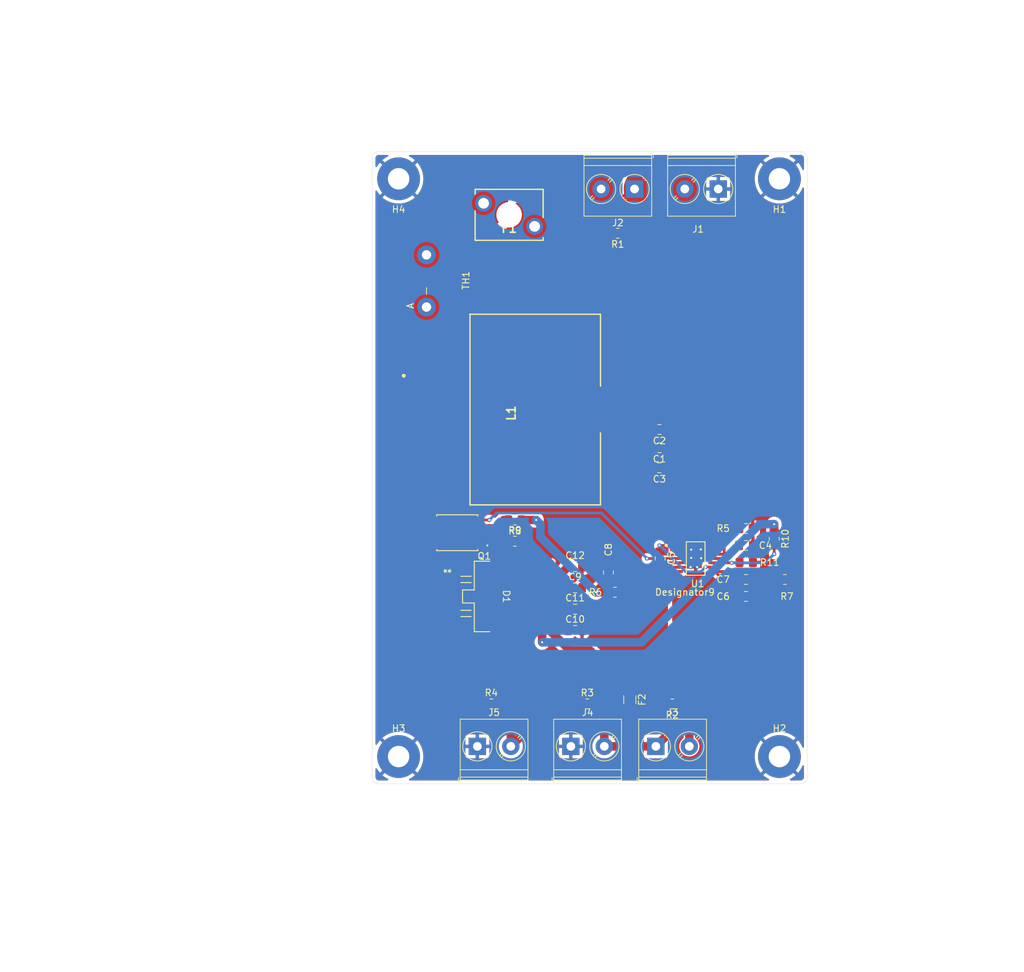
<source format=kicad_pcb>
(kicad_pcb (version 20240108) (generator "pcbnew") (generator_version "8.0")
  (layers (0 "F.Cu" signal) (31 "B.Cu" signal) (34 "B.Paste" user) (35 "F.Paste" user) (36 "B.SilkS" user "B.Silkscreen") (37 "F.SilkS" user "F.Silkscreen") (38 "B.Mask" user) (39 "F.Mask" user) (44 "Edge.Cuts" user))
  (net 0 "")
  (net 1 "/Boost_Board_Chip/12V_INPUT")
  (net 2 "GND")
  (net 3 "Net-(U1-SS)")
  (net 4 "/Boost_Board_Chip/DITHOFF")
  (net 5 "Net-(U1-COMP)")
  (net 6 "Net-(C7-Pad2)")
  (net 7 "Net-(C8-Pad1)")
  (net 8 "/Boost_Board_Chip/48V_OUTPUT")
  (net 9 "Net-(J5-Pin_2)")
  (net 10 "Net-(J2-Pin_2)")
  (net 11 "Net-(F1-Pad2)")
  (net 12 "Net-(J3-Pin_1)")
  (net 13 "Net-(J1-Pin_2)")
  (net 14 "Net-(J3-Pin_2)")
  (net 15 "Net-(D1-A)")
  (net 16 "Net-(Q1-S)")
  (net 17 "Net-(Q1-G)")
  (net 18 "Net-(U1-RT)")
  (net 19 "Net-(U1-CS)")
  (net 20 "Net-(U1-FB)")
  (footprint "Resistor_SMD:R_0805_2012Metric_Pad1.20x1.40mm_HandSolder" (layer "F.Cu") (at 143.060386 123.7692 180)
    (property "Reference" "R6" (at 2.905 0 0) (layer "F.SilkS"))
    (property "Value" "1kΩ")
    (pad "1" smd roundrect (at -1 0 180) (size 1.2 1.4) (layers "F.Cu" "F.Paste" "F.Mask") (roundrect_rratio 0.208333) (net 19 "Net-(U1-CS)"))
    (pad "2" smd roundrect (at 1 0 180) (size 1.2 1.4) (layers "F.Cu" "F.Paste" "F.Mask") (roundrect_rratio 0.208333) (net 7 "Net-(C8-Pad1)"))
  )
  (footprint "Resistor_SMD:R_0805_2012Metric_Pad1.20x1.40mm_HandSolder" (layer "F.Cu") (at 128.110602 116.1492)
    (property "Reference" "R9" (at 0 -1.65 0) (layer "F.SilkS"))
    (property "Value" "4mΩ")
    (pad "1" smd roundrect (at -1 0) (size 1.2 1.4) (layers "F.Cu" "F.Paste" "F.Mask") (roundrect_rratio 0.208333) (net 16 "Net-(Q1-S)"))
    (pad "2" smd roundrect (at 1 0) (size 1.2 1.4) (layers "F.Cu" "F.Paste" "F.Mask") (roundrect_rratio 0.208333) (net 2 "GND"))
  )
  (footprint "12/48 boost:Q1 Mosfet" (layer "F.Cu") (at 119.509402 114.8792 180)
    (property "Reference" "Q1" (at -4.0375 -3.5 0) (layer "F.SilkS"))
    (property "Value" "FDWS86068-F085")
    (fp_poly (pts (xy -1.2116 -1.9558) (xy 2.031987 -1.9558) (xy 2.032 -2.159) (xy 3.7592 -2.159) (xy 3.7592 -1.651) (xy 2.032 -1.651) (xy 2.032 -0.889) (xy 3.7592 -0.889) (xy 3.7592 -0.381) (xy 2.032 -0.381) (xy 2.032 0.381) (xy 3.7592 0.381) (xy 3.7592 0.889) (xy 2.032 0.889) (xy 2.032 1.651) (xy 3.7592 1.651) (xy 3.7592 2.159) (xy 2.032 2.159) (xy 2.031987 1.9558) (xy -1.2116 1.9558)) (fill solid) (layer "F.Cu"))
    (pad "1" smd rect (at -2.8956 -1.905 180) (size 1.7272 0.508) (layers "F.Cu" "F.Paste" "F.Mask") (net 16 "Net-(Q1-S)"))
    (pad "1" smd rect (at -2.8956 -0.635 180) (size 1.7272 0.508) (layers "F.Cu" "F.Paste" "F.Mask") (net 16 "Net-(Q1-S)"))
    (pad "1" smd rect (at -2.8956 0.635 180) (size 1.7272 0.508) (layers "F.Cu" "F.Paste" "F.Mask") (net 16 "Net-(Q1-S)"))
    (pad "2" smd rect (at -2.8956 1.905 180) (size 1.7272 0.508) (layers "F.Cu" "F.Paste" "F.Mask") (net 17 "Net-(Q1-G)"))
    (pad "3" smd rect (at 2.8956 -1.905 180) (size 1.7272 0.508) (layers "F.Cu" "F.Paste" "F.Mask") (net 15 "Net-(D1-A)"))
    (pad "3" smd rect (at 2.8956 -0.635 180) (size 1.7272 0.508) (layers "F.Cu" "F.Paste" "F.Mask") (net 15 "Net-(D1-A)"))
    (pad "3" smd rect (at 2.8956 0.635 180) (size 1.7272 0.508) (layers "F.Cu" "F.Paste" "F.Mask") (net 15 "Net-(D1-A)"))
    (pad "3" smd rect (at 2.8956 1.905 180) (size 1.7272 0.508) (layers "F.Cu" "F.Paste" "F.Mask") (net 15 "Net-(D1-A)"))
    (zone (net 0) (net_name "") (layer "F.Cu") (connect_pads (clearance 0)) (min_thickness 0.254)
      (keepout (tracks not_allowed) (vias not_allowed) (pads allowed) (copperpour not_allowed) (footprints allowed))
      (fill (thermal_gap 0.508) (thermal_bridge_width 0.508))
      (polygon (pts (xy 120.720875 117.4319) (xy 116.961929 117.4319) (xy 116.961929 112.3265) (xy 120.720875 112.3265)))
    )
  )
  (footprint "TerminalBlock_Phoenix:TerminalBlock_Phoenix_PT-1,5-2-5.0-H_1x02_P5.00mm_Horizontal" (layer "F.Cu") (at 136.478 146.812)
    (property "Reference" "J4" (at 2.5 -5.06 0) (layer "F.SilkS"))
    (property "Value" "48V Output")
    (pad "1" thru_hole rect (at 0 0) (size 2.6 2.6) (drill 1.3) (layers "*.Cu" "*.Mask") (net 2 "GND"))
    (pad "2" thru_hole circle (at 5 0) (size 2.6 2.6) (drill 1.3) (layers "*.Cu" "*.Mask") (net 12 "Net-(J3-Pin_1)"))
  )
  (footprint "Capacitor_SMD:C_0805_2012Metric_Pad1.18x1.45mm_HandSolder" (layer "F.Cu") (at 142.090002 120.8267 90)
    (property "Reference" "C8" (at 3.4075 0 90) (layer "F.SilkS"))
    (property "Value" "1nF")
    (pad "1" smd roundrect (at -1.0375 0 90) (size 1.175 1.45) (layers "F.Cu" "F.Paste" "F.Mask") (roundrect_rratio 0.212766) (net 7 "Net-(C8-Pad1)"))
    (pad "2" smd roundrect (at 1.0375 0 90) (size 1.175 1.45) (layers "F.Cu" "F.Paste" "F.Mask") (roundrect_rratio 0.212766) (net 2 "GND"))
  )
  (footprint "Resistor_SMD:R_0805_2012Metric_Pad1.20x1.40mm_HandSolder" (layer "F.Cu") (at 143.48 70.112 180)
    (property "Reference" "R1" (at 0 -1.65 0) (layer "F.SilkS"))
    (property "Value" "1mΩ")
    (pad "1" smd roundrect (at -1 0 180) (size 1.2 1.4) (layers "F.Cu" "F.Paste" "F.Mask") (roundrect_rratio 0.208333) (net 13 "Net-(J1-Pin_2)"))
    (pad "2" smd roundrect (at 1 0 180) (size 1.2 1.4) (layers "F.Cu" "F.Paste" "F.Mask") (roundrect_rratio 0.208333) (net 10 "Net-(J2-Pin_2)"))
  )
  (footprint "12/48 boost:WE-HCF_SMD_HIGH-CURRENT_INDUCTOR" (layer "F.Cu") (at 131.155002 96.4692 90)
    (property "Reference" "L1" (at -0.548 -3.5808 90) (layer "F.SilkS") (effects (font (size 1.27 1.27) (thickness 0.254))))
    (property "Value" "6.8µF" (hide yes))
    (pad "1" smd rect (at 5.075 -14.465 90) (size 5.33 5.59) (layers "F.Cu" "F.Paste" "F.Mask") (net 1 "/Boost_Board_Chip/12V_INPUT"))
    (pad "2" smd rect (at -5.075 -14.465 90) (size 5.33 5.59) (layers "F.Cu" "F.Paste" "F.Mask") (net 15 "Net-(D1-A)"))
    (pad "3" smd rect (at 0 7.61 180) (size 5.28 6.35) (layers "F.Cu" "F.Paste" "F.Mask"))
  )
  (footprint "Resistor_SMD:R_0805_2012Metric_Pad1.20x1.40mm_HandSolder" (layer "F.Cu") (at 168.452502 121.8642)
    (property "Reference" "R7" (at 0.3075 2.54 0) (layer "F.SilkS"))
    (property "Value" "1.87kΩ")
    (pad "1" smd roundrect (at -1 0) (size 1.2 1.4) (layers "F.Cu" "F.Paste" "F.Mask") (roundrect_rratio 0.208333) (net 6 "Net-(C7-Pad2)"))
    (pad "2" smd roundrect (at 1 0) (size 1.2 1.4) (layers "F.Cu" "F.Paste" "F.Mask") (roundrect_rratio 0.208333) (net 2 "GND"))
  )
  (footprint "Capacitor_SMD:C_0805_2012Metric_Pad1.18x1.45mm_HandSolder" (layer "F.Cu") (at 149.710002 102.1792 180)
    (property "Reference" "C1" (at 0 -1.68 0) (layer "F.SilkS"))
    (property "Value" "4.7µF")
    (pad "1" smd roundrect (at -1.0375 0 180) (size 1.175 1.45) (layers "F.Cu" "F.Paste" "F.Mask") (roundrect_rratio 0.212766) (net 1 "/Boost_Board_Chip/12V_INPUT"))
    (pad "2" smd roundrect (at 1.0375 0 180) (size 1.175 1.45) (layers "F.Cu" "F.Paste" "F.Mask") (roundrect_rratio 0.212766) (net 2 "GND"))
  )
  (footprint "TerminalBlock_Phoenix:TerminalBlock_Phoenix_PT-1,5-2-5.0-H_1x02_P5.00mm_Horizontal" (layer "F.Cu") (at 122.508 146.812)
    (property "Reference" "J5" (at 2.5 -5.06 0) (layer "F.SilkS"))
    (property "Value" "Output Measuring")
    (pad "1" thru_hole rect (at 0 0) (size 2.6 2.6) (drill 1.3) (layers "*.Cu" "*.Mask") (net 2 "GND"))
    (pad "2" thru_hole circle (at 5 0) (size 2.6 2.6) (drill 1.3) (layers "*.Cu" "*.Mask") (net 9 "Net-(J5-Pin_2)"))
  )
  (footprint "Resistor_SMD:R_0805_2012Metric_Pad1.20x1.40mm_HandSolder" (layer "F.Cu") (at 124.5988 140.462)
    (property "Reference" "R4" (at 0 -1.65 0) (layer "F.SilkS"))
    (property "Value" "DNP")
    (pad "1" smd roundrect (at -1 0) (size 1.2 1.4) (layers "F.Cu" "F.Paste" "F.Mask") (roundrect_rratio 0.208333) (net 2 "GND"))
    (pad "2" smd roundrect (at 1 0) (size 1.2 1.4) (layers "F.Cu" "F.Paste" "F.Mask") (roundrect_rratio 0.208333) (net 9 "Net-(J5-Pin_2)"))
  )
  (footprint "Resistor_SMD:R_0805_2012Metric_Pad1.20x1.40mm_HandSolder" (layer "F.Cu") (at 138.938 140.462)
    (property "Reference" "R3" (at 0 -1.65 0) (layer "F.SilkS"))
    (property "Value" "DNP")
    (pad "1" smd roundrect (at -1 0) (size 1.2 1.4) (layers "F.Cu" "F.Paste" "F.Mask") (roundrect_rratio 0.208333) (net 9 "Net-(J5-Pin_2)"))
    (pad "2" smd roundrect (at 1 0) (size 1.2 1.4) (layers "F.Cu" "F.Paste" "F.Mask") (roundrect_rratio 0.208333) (net 12 "Net-(J3-Pin_1)"))
  )
  (footprint "TerminalBlock_Phoenix:TerminalBlock_Phoenix_PT-1,5-2-5.0-H_1x02_P5.00mm_Horizontal" (layer "F.Cu") (at 149.178 146.812)
    (property "Reference" "J3" (at 2.5 -5.06 0) (layer "F.SilkS"))
    (property "Value" "Output Current Sensing")
    (pad "1" thru_hole rect (at 0 0) (size 2.6 2.6) (drill 1.3) (layers "*.Cu" "*.Mask") (net 12 "Net-(J3-Pin_1)"))
    (pad "2" thru_hole circle (at 5 0) (size 2.6 2.6) (drill 1.3) (layers "*.Cu" "*.Mask") (net 14 "Net-(J3-Pin_2)"))
  )
  (footprint "MountingHole:MountingHole_3.2mm_M3_Pad" (layer "F.Cu") (at 110.744 61.976)
    (property "Reference" "H4" (at 0 4.572 0) (layer "F.SilkS"))
    (property "Value" "MountingHole_Pad")
    (pad "1" thru_hole circle (at 0 0) (size 6.4 6.4) (drill 3.2) (layers "*.Cu" "*.Mask") (net 2 "GND"))
  )
  (footprint "Capacitor_SMD:C_0805_2012Metric_Pad1.18x1.45mm_HandSolder" (layer "F.Cu") (at 137.111602 123.1342)
    (property "Reference" "C9" (at 0 -1.68 0) (layer "F.SilkS"))
    (property "Value" "10µF")
    (pad "1" smd roundrect (at -1.0375 0) (size 1.175 1.45) (layers "F.Cu" "F.Paste" "F.Mask") (roundrect_rratio 0.212766) (net 8 "/Boost_Board_Chip/48V_OUTPUT"))
    (pad "2" smd roundrect (at 1.0375 0) (size 1.175 1.45) (layers "F.Cu" "F.Paste" "F.Mask") (roundrect_rratio 0.212766) (net 2 "GND"))
  )
  (footprint "Capacitor_SMD:C_0805_2012Metric_Pad1.18x1.45mm_HandSolder" (layer "F.Cu") (at 137.111602 126.3092)
    (property "Reference" "C11" (at 0 -1.68 0) (layer "F.SilkS"))
    (property "Value" "10µF")
    (pad "1" smd roundrect (at -1.0375 0) (size 1.175 1.45) (layers "F.Cu" "F.Paste" "F.Mask") (roundrect_rratio 0.212766) (net 8 "/Boost_Board_Chip/48V_OUTPUT"))
    (pad "2" smd roundrect (at 1.0375 0) (size 1.175 1.45) (layers "F.Cu" "F.Paste" "F.Mask") (roundrect_rratio 0.212766) (net 2 "GND"))
  )
  (footprint "Capacitor_SMD:C_0805_2012Metric_Pad1.18x1.45mm_HandSolder" (layer "F.Cu") (at 137.111602 129.4842)
    (property "Reference" "C10" (at 0 -1.68 0) (layer "F.SilkS"))
    (property "Value" "10µF")
    (pad "1" smd roundrect (at -1.0375 0) (size 1.175 1.45) (layers "F.Cu" "F.Paste" "F.Mask") (roundrect_rratio 0.212766) (net 8 "/Boost_Board_Chip/48V_OUTPUT"))
    (pad "2" smd roundrect (at 1.0375 0) (size 1.175 1.45) (layers "F.Cu" "F.Paste" "F.Mask") (roundrect_rratio 0.212766) (net 2 "GND"))
  )
  (footprint "Capacitor_SMD:C_0805_2012Metric_Pad1.18x1.45mm_HandSolder" (layer "F.Cu") (at 149.82197 118.7107 -90)
    (property "Reference" "C5" (at 0 -1.68 90) (layer "F.SilkS"))
    (property "Value" "1µF")
    (pad "1" smd roundrect (at -1.0375 0 270) (size 1.175 1.45) (layers "F.Cu" "F.Paste" "F.Mask") (roundrect_rratio 0.212766) (net 4 "/Boost_Board_Chip/DITHOFF"))
    (pad "2" smd roundrect (at 1.0375 0 270) (size 1.175 1.45) (layers "F.Cu" "F.Paste" "F.Mask") (roundrect_rratio 0.212766) (net 2 "GND"))
  )
  (footprint "Resistor_SMD:R_0805_2012Metric_Pad1.20x1.40mm_HandSolder" (layer "F.Cu") (at 162.680002 119.3242)
    (property "Reference" "R11" (at 3.5025 0 0) (layer "F.SilkS"))
    (property "Value" "2.49kΩ")
    (pad "1" smd roundrect (at -1 0) (size 1.2 1.4) (layers "F.Cu" "F.Paste" "F.Mask") (roundrect_rratio 0.208333) (net 20 "Net-(U1-FB)"))
    (pad "2" smd roundrect (at 1 0) (size 1.2 1.4) (layers "F.Cu" "F.Paste" "F.Mask") (roundrect_rratio 0.208333) (net 2 "GND"))
  )
  (footprint "TerminalBlock_Phoenix:TerminalBlock_Phoenix_PT-1,5-2-5.0-H_1x02_P5.00mm_Horizontal" (layer "F.Cu") (at 145.996 63.5 180)
    (property "Reference" "J2" (at 2.5 -5.06 0) (layer "F.SilkS"))
    (property "Value" "Input Current Sensing")
    (pad "1" thru_hole rect (at 0 0 180) (size 2.6 2.6) (drill 1.3) (layers "*.Cu" "*.Mask") (net 13 "Net-(J1-Pin_2)"))
    (pad "2" thru_hole circle (at 5 0 180) (size 2.6 2.6) (drill 1.3) (layers "*.Cu" "*.Mask") (net 10 "Net-(J2-Pin_2)"))
  )
  (footprint "Capacitor_SMD:C_0805_2012Metric_Pad1.18x1.45mm_HandSolder" (layer "F.Cu") (at 162.642502 124.4042)
    (property "Reference" "C6" (at -3.4075 0 0) (layer "F.SilkS"))
    (property "Value" "120nF")
    (pad "1" smd roundrect (at -1.0375 0) (size 1.175 1.45) (layers "F.Cu" "F.Paste" "F.Mask") (roundrect_rratio 0.212766) (net 5 "Net-(U1-COMP)"))
    (pad "2" smd roundrect (at 1.0375 0) (size 1.175 1.45) (layers "F.Cu" "F.Paste" "F.Mask") (roundrect_rratio 0.212766) (net 2 "GND"))
  )
  (footprint "12/48 boost:LM5156H" (layer "F.Cu") (at 155.125386 118.734201)
    (property "Reference" "U1" (at 0.299616 3.764999 0) (layer "F.SilkS"))
    (property "Value" "~")
    (fp_text user "Designator9" (at -1.605384 5.034999 0) (layer "F.SilkS"))
    (pad "1" smd rect (at -2.875384 -1.950001) (size 1.955432 0.420766) (layers "F.Cu" "F.Paste" "F.Mask") (net 1 "/Boost_Board_Chip/12V_INPUT"))
    (pad "2" smd rect (at -2.875384 -1.3) (size 1.955432 0.420766) (layers "F.Cu" "F.Paste" "F.Mask"))
    (pad "3" smd rect (at -2.875384 -0.650001) (size 1.955432 0.420766) (layers "F.Cu" "F.Paste" "F.Mask") (net 4 "/Boost_Board_Chip/DITHOFF"))
    (pad "4" smd rect (at -2.875384 0) (size 1.955432 0.420766) (layers "F.Cu" "F.Paste" "F.Mask") (net 17 "Net-(Q1-G)"))
    (pad "5" smd rect (at -2.875384 0.650001) (size 1.955432 0.420766) (layers "F.Cu" "F.Paste" "F.Mask") (net 2 "GND"))
    (pad "6" smd rect (at -2.875384 1.3) (size 1.955432 0.420766) (layers "F.Cu" "F.Paste" "F.Mask") (net 2 "GND"))
    (pad "7" smd rect (at -2.875384 1.950001) (size 1.955432 0.420766) (layers "F.Cu" "F.Paste" "F.Mask") (net 19 "Net-(U1-CS)"))
    (pad "8" smd rect (at 2.875384 1.950001) (size 1.955432 0.420766) (layers "F.Cu" "F.Paste" "F.Mask") (net 5 "Net-(U1-COMP)"))
    (pad "9" smd rect (at 2.875384 1.3) (size 1.955432 0.420766) (layers "F.Cu" "F.Paste" "F.Mask") (net 4 "/Boost_Board_Chip/DITHOFF"))
    (pad "10" smd rect (at 2.875384 0.650001) (size 1.955432 0.420766) (layers "F.Cu" "F.Paste" "F.Mask") (net 20 "Net-(U1-FB)"))
    (pad "11" smd rect (at 2.875384 0) (size 1.955432 0.420766) (layers "F.Cu" "F.Paste" "F.Mask") (net 3 "Net-(U1-SS)"))
    (pad "12" smd rect (at 2.875384 -0.650001) (size 1.955432 0.420766) (layers "F.Cu" "F.Paste" "F.Mask") (net 18 "Net-(U1-RT)"))
    (pad "13" smd rect (at 2.875384 -1.3) (size 1.955432 0.420766) (layers "F.Cu" "F.Paste" "F.Mask"))
    (pad "14" smd rect (at 2.875384 -1.950001) (size 1.955432 0.420766) (layers "F.Cu" "F.Paste" "F.Mask") (net 1 "/Boost_Board_Chip/12V_INPUT"))
    (pad "15" smd rect (at 0 0) (size 1.819999 2.859999) (layers "F.Cu" "F.Mask") (net 2 "GND"))
  )
  (footprint "Capacitor_SMD:C_0805_2012Metric_Pad1.18x1.45mm_HandSolder" (layer "F.Cu") (at 149.710002 99.4614 180)
    (property "Reference" "C2" (at 0 -1.68 0) (layer "F.SilkS"))
    (property "Value" "4.7µF")
    (pad "1" smd roundrect (at -1.0375 0 180) (size 1.175 1.45) (layers "F.Cu" "F.Paste" "F.Mask") (roundrect_rratio 0.212766) (net 1 "/Boost_Board_Chip/12V_INPUT"))
    (pad "2" smd roundrect (at 1.0375 0 180) (size 1.175 1.45) (layers "F.Cu" "F.Paste" "F.Mask") (roundrect_rratio 0.212766) (net 2 "GND"))
  )
  (footprint "Capacitor_SMD:C_0805_2012Metric_Pad1.18x1.45mm_HandSolder" (layer "F.Cu") (at 137.111602 119.9592)
    (property "Reference" "C12" (at 0 -1.68 0) (layer "F.SilkS"))
    (property "Value" "1µF")
    (pad "1" smd roundrect (at -1.0375 0) (size 1.175 1.45) (layers "F.Cu" "F.Paste" "F.Mask") (roundrect_rratio 0.212766) (net 8 "/Boost_Board_Chip/48V_OUTPUT"))
    (pad "2" smd roundrect (at 1.0375 0) (size 1.175 1.45) (layers "F.Cu" "F.Paste" "F.Mask") (roundrect_rratio 0.212766) (net 2 "GND"))
  )
  (footprint "Capacitor_SMD:C_0805_2012Metric_Pad1.18x1.45mm_HandSolder" (layer "F.Cu") (at 162.642502 121.8642)
    (property "Reference" "C7" (at -3.4075 0 0) (layer "F.SilkS"))
    (property "Value" "100nF")
    (pad "1" smd roundrect (at -1.0375 0) (size 1.175 1.45) (layers "F.Cu" "F.Paste" "F.Mask") (roundrect_rratio 0.212766) (net 5 "Net-(U1-COMP)"))
    (pad "2" smd roundrect (at 1.0375 0) (size 1.175 1.45) (layers "F.Cu" "F.Paste" "F.Mask") (roundrect_rratio 0.212766) (net 6 "Net-(C7-Pad2)"))
  )
  (footprint "TerminalBlock_Phoenix:TerminalBlock_Phoenix_PT-1,5-2-5.0-H_1x02_P5.00mm_Horizontal" (layer "F.Cu") (at 158.496 63.5 180)
    (property "Reference" "J1" (at 3 -6 0) (layer "F.SilkS"))
    (property "Value" "12V Input")
    (pad "1" thru_hole rect (at 0 0 180) (size 2.6 2.6) (drill 1.3) (layers "*.Cu" "*.Mask") (net 2 "GND"))
    (pad "2" thru_hole circle (at 5 0 180) (size 2.6 2.6) (drill 1.3) (layers "*.Cu" "*.Mask") (net 13 "Net-(J1-Pin_2)"))
  )
  (footprint "Capacitor_SMD:C_0805_2012Metric_Pad1.18x1.45mm_HandSolder" (layer "F.Cu") (at 149.710002 105.1764 180)
    (property "Reference" "C3" (at 0 -1.68 0) (layer "F.SilkS"))
    (property "Value" "100nF")
    (pad "1" smd roundrect (at -1.0375 0 180) (size 1.175 1.45) (layers "F.Cu" "F.Paste" "F.Mask") (roundrect_rratio 0.212766) (net 1 "/Boost_Board_Chip/12V_INPUT"))
    (pad "2" smd roundrect (at 1.0375 0 180) (size 1.175 1.45) (layers "F.Cu" "F.Paste" "F.Mask") (roundrect_rratio 0.212766) (net 2 "GND"))
  )
  (footprint "Capacitor_SMD:C_0805_2012Metric_Pad1.18x1.45mm_HandSolder" (layer "F.Cu") (at 162.642502 116.7842)
    (property "Reference" "C4" (at 2.905 0 0) (layer "F.SilkS"))
    (property "Value" "63nF")
    (pad "1" smd roundrect (at -1.0375 0) (size 1.175 1.45) (layers "F.Cu" "F.Paste" "F.Mask") (roundrect_rratio 0.212766) (net 3 "Net-(U1-SS)"))
    (pad "2" smd roundrect (at 1.0375 0) (size 1.175 1.45) (layers "F.Cu" "F.Paste" "F.Mask") (roundrect_rratio 0.212766) (net 2 "GND"))
  )
  (footprint "Resistor_SMD:R_0805_2012Metric_Pad1.20x1.40mm_HandSolder" (layer "F.Cu") (at 151.638 140.462 180)
    (property "Reference" "R2" (at 0 -1.65 0) (layer "F.SilkS"))
    (property "Value" "1mΩ")
    (pad "1" smd roundrect (at -1 0 180) (size 1.2 1.4) (layers "F.Cu" "F.Paste" "F.Mask") (roundrect_rratio 0.208333) (net 14 "Net-(J3-Pin_2)"))
    (pad "2" smd roundrect (at 1 0 180) (size 1.2 1.4) (layers "F.Cu" "F.Paste" "F.Mask") (roundrect_rratio 0.208333) (net 12 "Net-(J3-Pin_1)"))
  )
  (footprint "12/48 boost:Inrush Current Limiter" (layer "F.Cu") (at 114.912002 73.3502 -90)
    (property "Reference" "TH1" (at 3.81 -5.885 90) (layer "F.SilkS"))
    (property "Value" "20A")
    (fp_text user "A" (at 7.62 2.4 90) (layer "F.SilkS"))
    (pad "1" thru_hole circle (at 0 0 270) (size 2.8 2.8) (drill 1.4) (layers "*.Cu" "*.Mask") (net 11 "Net-(F1-Pad2)"))
    (pad "2" thru_hole oval (at 7.8 0 270) (size 2.8 2.8) (drill 1.4) (layers "*.Cu" "*.Mask") (net 1 "/Boost_Board_Chip/12V_INPUT"))
  )
  (footprint "Resistor_SMD:R_0805_2012Metric_Pad1.20x1.40mm_HandSolder" (layer "F.Cu") (at 162.642502 114.2442)
    (property "Reference" "R5" (at -3.4075 0 0) (layer "F.SilkS"))
    (property "Value" "48.7kΩ")
    (pad "1" smd roundrect (at -1 0) (size 1.2 1.4) (layers "F.Cu" "F.Paste" "F.Mask") (roundrect_rratio 0.208333) (net 18 "Net-(U1-RT)"))
    (pad "2" smd roundrect (at 1 0) (size 1.2 1.4) (layers "F.Cu" "F.Paste" "F.Mask") (roundrect_rratio 0.208333) (net 2 "GND"))
  )
  (footprint "12/48 boost:D2PAK_STM-M" (layer "F.Cu") (at 126.850002 124.4042 -90)
    (property "Reference" "D1" (at 0 0 -90) (layer "F.SilkS"))
    (property "Value" "455mV")
    (fp_text user "*" (at -3.81 8.8138 -90) (layer "F.SilkS"))
    (fp_text user "*" (at -3.81 8.8138 90) (layer "F.SilkS"))
    (pad "1" smd rect (at -2.54 8.8138 270) (size 0.9906 3.302) (layers "F.Cu" "F.Paste" "F.Mask") (net 15 "Net-(D1-A)"))
    (pad "2" smd rect (at 2.54 8.8138 270) (size 0.9906 3.302) (layers "F.Cu" "F.Paste" "F.Mask"))
    (pad "3" smd rect (at 0 -2.3495 270) (size 10.3886 9.017) (layers "F.Cu" "F.Paste" "F.Mask") (net 8 "/Boost_Board_Chip/48V_OUTPUT"))
  )
  (footprint "Resistor_SMD:R_0805_2012Metric_Pad1.20x1.40mm_HandSolder" (layer "F.Cu") (at 166.855002 115.7842 -90)
    (property "Reference" "R10" (at 0 -1.65 90) (layer "F.SilkS"))
    (property "Value" "120kΩ")
    (pad "1" smd roundrect (at -1 0 270) (size 1.2 1.4) (layers "F.Cu" "F.Paste" "F.Mask") (roundrect_rratio 0.208333) (net 8 "/Boost_Board_Chip/48V_OUTPUT"))
    (pad "2" smd roundrect (at 1 0 270) (size 1.2 1.4) (layers "F.Cu" "F.Paste" "F.Mask") (roundrect_rratio 0.208333) (net 20 "Net-(U1-FB)"))
  )
  (footprint "MountingHole:MountingHole_3.2mm_M3_Pad" (layer "F.Cu") (at 167.64 61.976)
    (property "Reference" "H1" (at 0 4.572 0) (layer "F.SilkS"))
    (property "Value" "MountingHole_Pad")
    (pad "1" thru_hole circle (at 0 0) (size 6.4 6.4) (drill 3.2) (layers "*.Cu" "*.Mask") (net 2 "GND"))
  )
  (footprint "Fuse:Fuse_1206_3216Metric" (layer "F.Cu") (at 145.288 139.827 -90)
    (property "Reference" "F2" (at 0 -1.82 90) (layer "F.SilkS"))
    (property "Value" "2A")
    (pad "1" smd roundrect (at -1.4 0 270) (size 1.25 1.75) (layers "F.Cu" "F.Paste" "F.Mask") (roundrect_rratio 0.2) (net 8 "/Boost_Board_Chip/48V_OUTPUT"))
    (pad "2" smd roundrect (at 1.4 0 270) (size 1.25 1.75) (layers "F.Cu" "F.Paste" "F.Mask") (roundrect_rratio 0.2) (net 14 "Net-(J3-Pin_2)"))
  )
  (footprint "12/48 boost:01530009Z" (layer "F.Cu") (at 131.064 69.088 180)
    (property "Reference" "F1" (at 3.81 -0.303 0) (layer "F.SilkS") (effects (font (size 1.27 1.27) (thickness 0.254))))
    (property "Value" "15A" (hide yes))
    (pad "" np_thru_hole circle (at 3.81 1.727 180) (size 3.81 3.81) (drill 3.81) (layers "*.Cu" "*.Mask"))
    (pad "1" thru_hole circle (at 0 0 180) (size 2.5 2.5) (drill 1.6) (layers "*.Cu" "*.Mask") (net 10 "Net-(J2-Pin_2)"))
    (pad "2" thru_hole circle (at 7.62 3.454 180) (size 2.5 2.5) (drill 1.6) (layers "*.Cu" "*.Mask") (net 11 "Net-(F1-Pad2)"))
  )
  (footprint "MountingHole:MountingHole_3.2mm_M3_Pad" (layer "F.Cu") (at 110.744 148.336)
    (property "Reference" "H3" (at 0 -4.2 0) (layer "F.SilkS"))
    (property "Value" "MountingHole_Pad")
    (pad "1" thru_hole circle (at 0 0) (size 6.4 6.4) (drill 3.2) (layers "*.Cu" "*.Mask") (net 2 "GND"))
  )
  (footprint "MountingHole:MountingHole_3.2mm_M3_Pad" (layer "F.Cu") (at 167.64 148.336)
    (property "Reference" "H2" (at 0 -4.2 0) (layer "F.SilkS"))
    (property "Value" "MountingHole_Pad")
    (pad "1" thru_hole circle (at 0 0) (size 6.4 6.4) (drill 3.2) (layers "*.Cu" "*.Mask") (net 2 "GND"))
  )
  (footprint "Resistor_SMD:R_0805_2012Metric_Pad1.20x1.40mm_HandSolder" (layer "F.Cu") (at 128.120002 112.9742 180)
    (property "Reference" "R8" (at 0 -1.65 0) (layer "F.SilkS"))
    (property "Value" "100Ω")
    (pad "1" smd roundrect (at -1 0 180) (size 1.2 1.4) (layers "F.Cu" "F.Paste" "F.Mask") (roundrect_rratio 0.208333) (net 7 "Net-(C8-Pad1)"))
    (pad "2" smd roundrect (at 1 0 180) (size 1.2 1.4) (layers "F.Cu" "F.Paste" "F.Mask") (roundrect_rratio 0.208333) (net 16 "Net-(Q1-S)"))
  )
  (gr_line (start 170.792002 57.912) (end 107.800002 57.912) (stroke (width 0.05)) (layer "Edge.Cuts"))
  (gr_arc (start 107.800002 152.4) (mid 107.08158 152.102421) (end 106.784002 151.384) (stroke (width 0.05)) (layer "Edge.Cuts"))
  (gr_arc (start 171.808002 151.384) (mid 171.510423 152.102421) (end 170.792002 152.4) (stroke (width 0.05)) (layer "Edge.Cuts"))
  (gr_line (start 106.784002 151.384) (end 106.784002 58.928) (stroke (width 0.05)) (layer "Edge.Cuts"))
  (gr_line (start 107.800002 152.4) (end 170.792002 152.4) (stroke (width 0.05)) (layer "Edge.Cuts"))
  (gr_line (start 171.808002 151.384) (end 171.808002 58.928) (stroke (width 0.05)) (layer "Edge.Cuts"))
  (gr_arc (start 106.784002 58.928) (mid 107.081582 58.20958) (end 107.800002 57.912) (stroke (width 0.05)) (layer "Edge.Cuts"))
  (gr_arc (start 170.792002 57.912) (mid 171.510421 58.20958) (end 171.808002 58.928) (stroke (width 0.05)) (layer "Edge.Cuts"))
  (segment (start 158.00077 116.7842) (end 155.46077 114.2442) (width 0.4064) (layer "F.Cu") (net 1))
  (segment (start 152.250002 106.1201) (end 153.193702 105.1764) (width 0.4064) (layer "F.Cu") (net 1))
  (segment (start 114.912002 81.1502) (end 137.0302 81.1502) (width 7.366) (layer "F.Cu") (net 1))
  (segment (start 153.146202 97.266202) (end 153.146202 104.374398) (width 7.366) (layer "F.Cu") (net 1))
  (segment (start 152.250002 114.2442) (end 152.250002 106.1201) (width 0.4064) (layer "F.Cu") (net 1))
  (segment (start 155.46077 114.2442) (end 152.250002 114.2442) (width 0.4064) (layer "F.Cu") (net 1))
  (segment (start 152.250002 116.7842) (end 152.250002 114.2442) (width 0.4064) (layer "F.Cu") (net 1))
  (segment (start 114.912002 89.6162) (end 116.690002 91.3942) (width 7.366) (layer "F.Cu") (net 1))
  (segment (start 137.0302 81.1502) (end 153.146202 97.266202) (width 7.366) (layer "F.Cu") (net 1))
  (segment (start 114.912002 81.1502) (end 114.912002 89.6162) (width 7.366) (layer "F.Cu") (net 1))
  (segment (start 154.44722 117.407127) (end 154.44722 118.638535) (width 0.4064) (layer "F.Cu") (net 2))
  (segment (start 154.44722 117.407127) (end 155.859718 117.407127) (width 0.4064) (layer "F.Cu") (net 2))
  (segment (start 152.250002 119.384202) (end 154.475385 119.384202) (width 0.4064) (layer "F.Cu") (net 2))
  (segment (start 155.347614 120.015538) (end 155.944227 119.418925) (width 0.4064) (layer "F.Cu") (net 2))
  (segment (start 155.347614 120.015538) (end 155.328951 120.034201) (width 0.4064) (layer "F.Cu") (net 2))
  (segment (start 155.328951 120.034201) (end 152.250002 120.034201) (width 0.4064) (layer "F.Cu") (net 2))
  (segment (start 155.895936 118.638535) (end 155.944227 118.686826) (width 0.4064) (layer "F.Cu") (net 2))
  (segment (start 155.859718 117.407127) (end 155.895936 117.370909) (width 0.4064) (layer "F.Cu") (net 2))
  (segment (start 154.363435 120.015538) (end 154.362712 120.014815) (width 0.4064) (layer "F.Cu") (net 2))
  (segment (start 155.944227 119.418925) (end 155.944227 118.686826) (width 0.4064) (layer "F.Cu") (net 2))
  (segment (start 155.125386 118.141459) (end 155.895936 117.370909) (width 0.4064) (layer "F.Cu") (net 2))
  (segment (start 155.347614 120.015538) (end 154.363435 120.015538) (width 0.4064) (layer "F.Cu") (net 2))
  (segment (start 152.250002 119.384202) (end 150.185968 119.384202) (width 0.4064) (layer "F.Cu") (net 2))
  (segment (start 155.895936 117.370909) (end 155.895936 118.638535) (width 0.4064) (layer "F.Cu") (net 2))
  (segment (start 154.44722 118.638535) (end 155.895936 118.638535) (width 0.4064) (layer "F.Cu") (net 2))
  (via (at 155.895936 117.370909) (size 0.6) (drill 0.3) (layers "F.Cu" "B.Cu") (net 2))
  (via (at 154.362712 120.014815) (size 0.6) (drill 0.3) (layers "F.Cu" "B.Cu") (net 2))
  (via (at 154.44722 118.638535) (size 0.6) (drill 0.3) (layers "F.Cu" "B.Cu") (net 2))
  (via (at 155.347614 120.015538) (size 0.6) (drill 0.3) (layers "F.Cu" "B.Cu") (net 2))
  (via (at 155.944227 118.686826) (size 0.6) (drill 0.3) (layers "F.Cu" "B.Cu") (net 2))
  (via (at 154.44722 117.407127) (size 0.6) (drill 0.3) (layers "F.Cu" "B.Cu") (net 2))
  (segment (start 159.655001 118.734201) (end 161.605002 116.7842) (width 0.4064) (layer "F.Cu") (net 3))
  (segment (start 158.00077 118.734201) (end 159.655001 118.734201) (width 0.4064) (layer "F.Cu") (net 3))
  (segment (start 149.710002 117.561232) (end 149.82197 117.6732) (width 0.4064) (layer "F.Cu") (net 4))
  (segment (start 149.710002 116.7842) (end 150.345002 116.7842) (width 0.4064) (layer "F.Cu") (net 4))
  (segment (start 156.616654 120.000985) (end 157.967554 120.000985) (width 0.4064) (layer "F.Cu") (net 4))
  (segment (start 157.967554 120.000985) (end 158.00077 120.034201) (width 0.4064) (layer "F.Cu") (net 4))
  (segment (start 152.250002 118.0842) (end 150.23297 118.0842) (width 0.4064) (layer "F.Cu") (net 4))
  (segment (start 150.865886 117.305084) (end 150.865886 118.050984) (width 0.4064) (layer "F.Cu") (net 4))
  (segment (start 150.899102 118.0842) (end 152.250002 118.0842) (width 0.4064) (layer "F.Cu") (net 4))
  (segment (start 150.865886 118.050984) (end 150.899102 118.0842) (width 0.4064) (layer "F.Cu") (net 4))
  (segment (start 150.345002 116.7842) (end 150.865886 117.305084) (width 0.4064) (layer "F.Cu") (net 4))
  (segment (start 150.23297 118.0842) (end 149.82197 117.6732) (width 0.4064) (layer "F.Cu") (net 4))
  (segment (start 149.710002 116.7842) (end 149.710002 117.561232) (width 0.4064) (layer "F.Cu") (net 4))
  (via (at 156.616654 120.000985) (size 0.6) (drill 0.3) (layers "F.Cu" "B.Cu") (net 4))
  (via (at 149.710002 116.7842) (size 0.6) (drill 0.3) (layers "F.Cu" "B.Cu") (net 4))
  (segment (start 153.64774 120.721938) (end 149.710002 116.7842) (width 0.4064) (layer "B.Cu") (net 4))
  (segment (start 155.895701 120.721938) (end 153.64774 120.721938) (width 0.4064) (layer "B.Cu") (net 4))
  (segment (start 156.616654 120.000985) (end 155.895701 120.721938) (width 0.4064) (layer "B.Cu") (net 4))
  (segment (start 158.00077 120.684202) (end 161.605002 124.288434) (width 0.4064) (layer "F.Cu") (net 5))
  (segment (start 158.00077 120.684202) (end 160.425004 120.684202) (width 0.4064) (layer "F.Cu") (net 5))
  (segment (start 160.425004 120.684202) (end 161.605002 121.8642) (width 0.4064) (layer "F.Cu") (net 5))
  (segment (start 163.680002 121.8642) (end 167.452502 121.8642) (width 0.4064) (layer "F.Cu") (net 6))
  (segment (start 129.120002 112.9742) (end 131.295002 112.9742) (width 1.27) (layer "F.Cu") (net 7))
  (segment (start 142.090002 121.8642) (end 140.185002 123.7692) (width 1.27) (layer "F.Cu") (net 7))
  (segment (start 142.060386 123.7692) (end 140.185002 123.7692) (width 1.27) (layer "F.Cu") (net 7))
  (via (at 140.185002 123.7692) (size 0.6) (drill 0.3) (layers "F.Cu" "B.Cu") (net 7))
  (via (at 131.295002 112.9742) (size 0.6) (drill 0.3) (layers "F.Cu" "B.Cu") (net 7))
  (segment (start 131.930002 113.6092) (end 131.930002 115.5142) (width 1.27) (layer "B.Cu") (net 7))
  (segment (start 131.295002 112.9742) (end 131.930002 113.6092) (width 1.27) (layer "B.Cu") (net 7))
  (segment (start 131.930002 115.5142) (end 140.185002 123.7692) (width 1.27) (layer "B.Cu") (net 7))
  (segment (start 139.3902 132.5292) (end 145.288 138.427) (width 1.27) (layer "F.Cu") (net 8))
  (segment (start 136.375002 132.5292) (end 139.3902 132.5292) (width 1.27) (layer "F.Cu") (net 8))
  (segment (start 129.199502 124.4042) (end 134.804102 124.4042) (width 1.27) (layer "F.Cu") (net 8))
  (segment (start 132.184002 131.2622) (end 132.184002 127.3887) (width 1.27) (layer "F.Cu") (net 8))
  (segment (start 129.199502 125.3537) (end 136.375002 132.5292) (width 1.27) (layer "F.Cu") (net 8))
  (segment (start 131.629102 124.4042) (end 136.074102 119.9592) (width 1.27) (layer "F.Cu") (net 8))
  (segment (start 130.994102 124.4042) (end 136.074102 129.4842) (width 1.27) (layer "F.Cu") (net 8))
  (segment (start 134.169102 124.4042) (end 136.074102 126.3092) (width 1.27) (layer "F.Cu") (net 8))
  (segment (start 166.855002 114.7842) (end 166.855002 113.6092) (width 1.27) (layer "F.Cu") (net 8))
  (segment (start 129.199502 124.4042) (end 134.169102 124.4042) (width 1.27) (layer "F.Cu") (net 8))
  (segment (start 134.804102 124.4042) (end 136.074102 123.1342) (width 1.27) (layer "F.Cu") (net 8))
  (via (at 132.184002 131.2622) (size 0.6) (drill 0.3) (layers "F.Cu" "B.Cu") (net 8))
  (via (at 166.855002 113.6092) (size 0.6) (drill 0.3) (layers "F.Cu" "B.Cu") (net 8))
  (segment (start 164.670346 113.6092) (end 147.017346 131.2622) (width 1.27) (layer "B.Cu") (net 8))
  (segment (start 166.855002 113.6092) (end 164.670346 113.6092) (width 1.27) (layer "B.Cu") (net 8))
  (segment (start 147.017346 131.2622) (end 132.184002 131.2622) (width 1.27) (layer "B.Cu") (net 8))
  (segment (start 137.938 140.462) (end 133.858 140.462) (width 1.27) (layer "F.Cu") (net 9))
  (segment (start 127.508 146.812) (end 127.508 142.3712) (width 1.27) (layer "F.Cu") (net 9))
  (segment (start 133.858 140.462) (end 127.508 146.812) (width 1.27) (layer "F.Cu") (net 9))
  (segment (start 127.508 142.3712) (end 125.5988 140.462) (width 1.27) (layer "F.Cu") (net 9))
  (segment (start 131.064 69.088) (end 133.604 69.088) (width 8.89) (layer "F.Cu") (net 10))
  (segment (start 133.604 69.088) (end 138.684 64.008) (width 8.89) (layer "F.Cu") (net 10))
  (segment (start 142.48 70.112) (end 142.48 64.984) (width 1.27) (layer "F.Cu") (net 10))
  (segment (start 142.48 64.984) (end 140.996 63.5) (width 1.27) (layer "F.Cu") (net 10))
  (segment (start 123.444 65.634) (end 122.628202 65.634) (width 7.366) (layer "F.Cu") (net 11))
  (segment (start 122.628202 65.634) (end 114.912002 73.3502) (width 7.366) (layer "F.Cu") (net 11))
  (segment (start 149.178 146.812) (end 141.478 146.812) (width 1.27) (layer "F.Cu") (net 12))
  (segment (start 150.638 140.462) (end 150.638 145.352) (width 1.27) (layer "F.Cu") (net 12))
  (segment (start 150.638 145.352) (end 149.178 146.812) (width 1.27) (layer "F.Cu") (net 12))
  (segment (start 141.478 146.812) (end 141.478 142.002) (width 1.27) (layer "F.Cu") (net 12))
  (segment (start 141.478 142.002) (end 139.938 140.462) (width 1.27) (layer "F.Cu") (net 12))
  (segment (start 144.48 65.016) (end 145.996 63.5) (width 1.27) (layer "F.Cu") (net 13))
  (segment (start 144.48 70.112) (end 144.48 65.016) (width 1.27) (layer "F.Cu") (net 13))
  (segment (start 153.496 63.5) (end 147.5492 63.5) (width 6.35) (layer "F.Cu") (net 13))
  (segment (start 152.638 139.762) (end 151.7998 138.9238) (width 1.27) (layer "F.Cu") (net 14))
  (segment (start 152.638 140.462) (end 152.638 139.762) (width 1.27) (layer "F.Cu") (net 14))
  (segment (start 153.6558 138.9238) (end 154.178 139.446) (width 1.27) (layer "F.Cu") (net 14))
  (segment (start 145.288 141.227) (end 147.5912 138.9238) (width 1.27) (layer "F.Cu") (net 14))
  (segment (start 151.384 138.9238) (end 153.6558 138.9238) (width 1.27) (layer "F.Cu") (net 14))
  (segment (start 151.7998 138.9238) (end 151.384 138.9238) (width 1.27) (layer "F.Cu") (net 14))
  (segment (start 147.5912 138.9238) (end 151.384 138.9238) (width 1.27) (layer "F.Cu") (net 14))
  (segment (start 154.178 139.446) (end 154.178 146.812) (width 1.27) (layer "F.Cu") (net 14))
  (segment (start 116.690002 101.5442) (end 116.690002 125.6742) (width 7.366) (layer "F.Cu") (net 15))
  (segment (start 122.405002 115.5142) (end 124.945002 115.5142) (width 1.27) (layer "F.Cu") (net 16))
  (segment (start 127.110602 116.1492) (end 127.110602 112.9836) (width 1.27) (layer "F.Cu") (net 16))
  (segment (start 126.475602 112.9742) (end 127.120002 112.9742) (width 1.27) (layer "F.Cu") (net 16))
  (segment (start 125.205602 114.2442) (end 126.475602 112.9742) (width 1.27) (layer "F.Cu") (net 16))
  (segment (start 122.405002 114.2442) (end 122.405002 116.7842) (width 1.27) (layer "F.Cu") (net 16))
  (segment (start 122.405002 116.7842) (end 126.475602 116.7842) (width 1.27) (layer "F.Cu") (net 16))
  (segment (start 124.945002 115.5142) (end 126.475602 115.5142) (width 1.27) (layer "F.Cu") (net 16))
  (segment (start 125.205602 114.2442) (end 127.110602 116.1492) (width 1.27) (layer "F.Cu") (net 16))
  (segment (start 122.405002 114.2442) (end 125.205602 114.2442) (width 1.27) (layer "F.Cu") (net 16))
  (segment (start 126.475602 116.7842) (end 127.110602 116.1492) (width 1.27) (layer "F.Cu") (net 16))
  (segment (start 127.110602 112.9836) (end 127.120002 112.9742) (width 1.27) (layer "F.Cu") (net 16))
  (segment (start 127.120002 112.9742) (end 127.120002 113.3392) (width 1.27) (layer "F.Cu") (net 16))
  (segment (start 127.120002 113.3392) (end 124.945002 115.5142) (width 1.27) (layer "F.Cu") (net 16))
  (segment (start 126.475602 115.5142) (end 127.110602 116.1492) (width 1.27) (layer "F.Cu") (net 16))
  (segment (start 122.405002 112.9742) (end 124.310002 112.9742) (width 0.4064) (layer "F.Cu") (net 17))
  (segment (start 152.250002 118.734201) (end 147.850003 118.734201) (width 0.4064) (layer "F.Cu") (net 17))
  (via (at 147.850003 118.734201) (size 0.6) (drill 0.3) (layers "F.Cu" "B.Cu") (net 17))
  (via (at 124.310002 112.9742) (size 0.6) (drill 0.3) (layers "F.Cu" "B.Cu") (net 17))
  (segment (start 124.310002 112.9742) (end 125.351402 111.9328) (width 0.4064) (layer "B.Cu") (net 17))
  (segment (start 141.048602 111.9328) (end 147.850003 118.734201) (width 0.4064) (layer "B.Cu") (net 17))
  (segment (start 125.351402 111.9328) (end 141.048602 111.9328) (width 0.4064) (layer "B.Cu") (net 17))
  (segment (start 159.384886 118.050984) (end 159.384886 116.501816) (width 0.4064) (layer "F.Cu") (net 18))
  (segment (start 159.384886 116.501816) (end 161.642502 114.2442) (width 0.4064) (layer "F.Cu") (net 18))
  (segment (start 159.35167 118.0842) (end 159.384886 118.050984) (width 0.4064) (layer "F.Cu") (net 18))
  (segment (start 158.00077 118.0842) (end 159.35167 118.0842) (width 0.4064) (layer "F.Cu") (net 18))
  (segment (start 152.250002 120.684202) (end 149.165004 123.7692) (width 0.4064) (layer "F.Cu") (net 19))
  (segment (start 149.165004 123.7692) (end 144.060386 123.7692) (width 0.4064) (layer "F.Cu") (net 19))
  (segment (start 160.505002 119.384202) (end 158.00077 119.384202) (width 0.4064) (layer "F.Cu") (net 20))
  (segment (start 166.855002 118.0542) (end 166.855002 116.7842) (width 0.4064) (layer "F.Cu") (net 20))
  (segment (start 161.62 119.384202) (end 160.505002 119.384202) (width 0.4064) (layer "F.Cu") (net 20))
  (via (at 160.505002 119.384202) (size 0.6) (drill 0.3) (layers "F.Cu" "B.Cu") (net 20))
  (via (at 166.855002 118.0542) (size 0.6) (drill 0.3) (layers "F.Cu" "B.Cu") (net 20))
  (segment (start 165.525 119.384202) (end 166.855002 118.0542) (width 0.4064) (layer "B.Cu") (net 20))
  (segment (start 160.505002 119.384202) (end 165.525 119.384202) (width 0.4064) (layer "B.Cu") (net 20))
  (zone (net 2) (net_name "GND") (layer "F.Cu") (priority 3) (connect_pads (clearance 0)) (min_thickness 0.25) (fill yes (thermal_gap 0.5) (thermal_bridge_width 0.5))
    (polygon (pts (xy 150.980002 37.2822) (xy 176.380002 36.7742) (xy 176.380002 110.9422) (xy 150.980002 110.9422) (xy 150.980002 129.2302) (xy 176.380002 129.2302) (xy 176.380002 180.5382) (xy 150.980002 180.2842)))
  )
  (zone (net 2) (net_name "GND") (layer "F.Cu") (priority 1) (connect_pads (clearance 0.5)) (min_thickness 0.25) (fill yes (thermal_gap 0.5) (thermal_bridge_width 0.5))
    (polygon (pts (xy 52.428002 35.2502) (xy 150.980002 37.2822) (xy 150.980002 180.2842) (xy 52.462202 180.5382)))
  )
  (zone (net 2) (net_name "GND") (layer "F.Cu") (priority 2) (connect_pads (clearance 0.5)) (min_thickness 0.25) (fill yes (thermal_gap 0.5) (thermal_bridge_width 0.5))
    (polygon (pts (xy 151.615002 111.7042) (xy 173.840002 111.7042) (xy 173.840002 128.2142) (xy 151.615002 128.2142)))
  )
  (zone (net 2) (net_name "GND") (layer "B.Cu") (connect_pads (clearance 0.5)) (min_thickness 0.25) (fill yes (thermal_gap 0.5) (thermal_bridge_width 0.5))
    (polygon (pts (xy 51.920002 35.2502) (xy 203.304002 37.7902) (xy 204.176402 175.382) (xy 51.192202 177.3632)))
  )
)
</source>
